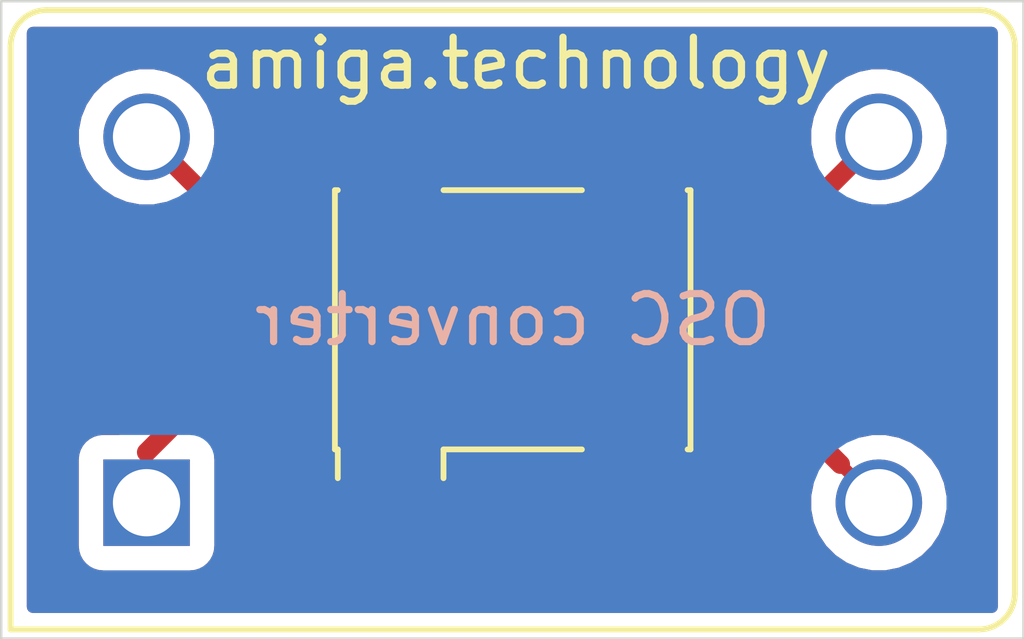
<source format=kicad_pcb>
(kicad_pcb (version 20171130) (host pcbnew 5.1.5+dfsg1-2build2)

  (general
    (thickness 1.6)
    (drawings 4)
    (tracks 24)
    (zones 0)
    (modules 3)
    (nets 5)
  )

  (page A4)
  (layers
    (0 F.Cu signal)
    (31 B.Cu signal)
    (32 B.Adhes user)
    (33 F.Adhes user)
    (34 B.Paste user)
    (35 F.Paste user)
    (36 B.SilkS user)
    (37 F.SilkS user)
    (38 B.Mask user)
    (39 F.Mask user)
    (40 Dwgs.User user)
    (41 Cmts.User user)
    (42 Eco1.User user)
    (43 Eco2.User user)
    (44 Edge.Cuts user)
    (45 Margin user)
    (46 B.CrtYd user)
    (47 F.CrtYd user)
    (48 B.Fab user)
    (49 F.Fab user)
  )

  (setup
    (last_trace_width 0.25)
    (trace_clearance 0.2)
    (zone_clearance 0.508)
    (zone_45_only no)
    (trace_min 0.2)
    (via_size 0.8)
    (via_drill 0.4)
    (via_min_size 0.4)
    (via_min_drill 0.3)
    (uvia_size 0.3)
    (uvia_drill 0.1)
    (uvias_allowed no)
    (uvia_min_size 0.2)
    (uvia_min_drill 0.1)
    (edge_width 0.05)
    (segment_width 0.2)
    (pcb_text_width 0.3)
    (pcb_text_size 1.5 1.5)
    (mod_edge_width 0.12)
    (mod_text_size 1 1)
    (mod_text_width 0.15)
    (pad_size 1.8 1.8)
    (pad_drill 1.4)
    (pad_to_mask_clearance 0.051)
    (solder_mask_min_width 0.25)
    (aux_axis_origin 0 0)
    (visible_elements FFFFFF7F)
    (pcbplotparams
      (layerselection 0x010fc_ffffffff)
      (usegerberextensions false)
      (usegerberattributes false)
      (usegerberadvancedattributes false)
      (creategerberjobfile false)
      (excludeedgelayer true)
      (linewidth 0.100000)
      (plotframeref false)
      (viasonmask false)
      (mode 1)
      (useauxorigin false)
      (hpglpennumber 1)
      (hpglpenspeed 20)
      (hpglpendiameter 15.000000)
      (psnegative false)
      (psa4output false)
      (plotreference true)
      (plotvalue true)
      (plotinvisibletext false)
      (padsonsilk false)
      (subtractmaskfromsilk false)
      (outputformat 1)
      (mirror false)
      (drillshape 1)
      (scaleselection 1)
      (outputdirectory ""))
  )

  (net 0 "")
  (net 1 "Net-(X1-Pad4)")
  (net 2 "Net-(X1-Pad3)")
  (net 3 "Net-(X1-Pad2)")
  (net 4 "Net-(X1-Pad1)")

  (net_class Default "This is the default net class."
    (clearance 0.2)
    (trace_width 0.25)
    (via_dia 0.8)
    (via_drill 0.4)
    (uvia_dia 0.3)
    (uvia_drill 0.1)
    (add_net "Net-(X1-Pad1)")
    (add_net "Net-(X1-Pad2)")
    (add_net "Net-(X1-Pad3)")
    (add_net "Net-(X1-Pad4)")
  )

  (module Oscillator:Oscillator_SMD_EuroQuartz_XO53-4Pin_5.0x3.2mm (layer F.Cu) (tedit 5F3C2552) (tstamp 5F3C2858)
    (at 24.5 20.575)
    (descr "Miniature Crystal Clock Oscillator EuroQuartz XO53 series, http://cdn-reichelt.de/documents/datenblatt/B400/XO53.pdf, 5.0x3.2mm^2 package")
    (tags "SMD SMT crystal oscillator")
    (attr smd)
    (fp_text reference REF** (at 0 -2.8) (layer F.SilkS) hide
      (effects (font (size 1 1) (thickness 0.15)))
    )
    (fp_text value mini (at 0 2.8) (layer F.Fab) hide
      (effects (font (size 1 1) (thickness 0.15)))
    )
    (fp_circle (center 0 0) (end 0.116667 0) (layer F.Adhes) (width 0.233333))
    (fp_circle (center 0 0) (end 0.266667 0) (layer F.Adhes) (width 0.166667))
    (fp_circle (center 0 0) (end 0.416667 0) (layer F.Adhes) (width 0.166667))
    (fp_circle (center 0 0) (end 0.5 0) (layer F.Adhes) (width 0.1))
    (fp_line (start 2.8 -2) (end -2.8 -2) (layer F.CrtYd) (width 0.05))
    (fp_line (start 2.8 2) (end 2.8 -2) (layer F.CrtYd) (width 0.05))
    (fp_line (start -2.8 2) (end 2.8 2) (layer F.CrtYd) (width 0.05))
    (fp_line (start -2.8 -2) (end -2.8 2) (layer F.CrtYd) (width 0.05))
    (pad 4 smd rect (at -1.27 -1.1) (size 1.4 1.2) (layers F.Cu F.Paste F.Mask))
    (pad 3 smd rect (at 1.27 -1.1) (size 1.4 1.2) (layers F.Cu F.Paste F.Mask))
    (pad 2 smd rect (at 1.27 1.1) (size 1.4 1.2) (layers F.Cu F.Paste F.Mask))
    (pad 1 smd rect (at -1.27 1.1) (size 1.4 1.2) (layers F.Cu F.Paste F.Mask))
    (model ${KISYS3DMOD}/Oscillator.3dshapes/Oscillator_SMD_EuroQuartz_XO53-4Pin_5.0x3.2mm.wrl
      (at (xyz 0 0 0))
      (scale (xyz 1 1 1))
      (rotate (xyz 0 0 0))
    )
  )

  (module Oscillator:Oscillator_DIP-14 (layer F.Cu) (tedit 5F3C265F) (tstamp 5F3C66F8)
    (at 16.95 24.42)
    (descr "Oscillator, DIP14, http://cdn-reichelt.de/documents/datenblatt/B400/OSZI.pdf")
    (tags oscillator)
    (path /5F3C24CA)
    (fp_text reference "OSC converter" (at 7.62 -3.81) (layer B.SilkS)
      (effects (font (size 1 1) (thickness 0.15)) (justify mirror))
    )
    (fp_text value CXO_DIP14 (at 7.62 1.27) (layer F.Fab) hide
      (effects (font (size 1 1) (thickness 0.15)))
    )
    (fp_arc (start -2.08 -9.51) (end -2.73 -9.51) (angle 90) (layer F.Fab) (width 0.1))
    (fp_arc (start 17.32 -9.51) (end 17.32 -10.16) (angle 90) (layer F.Fab) (width 0.1))
    (fp_arc (start 17.32 1.89) (end 17.97 1.89) (angle 90) (layer F.Fab) (width 0.1))
    (fp_arc (start -2.08 -9.51) (end -2.83 -9.51) (angle 90) (layer F.SilkS) (width 0.12))
    (fp_arc (start 17.32 -9.51) (end 17.32 -10.26) (angle 90) (layer F.SilkS) (width 0.12))
    (fp_arc (start 17.32 1.89) (end 18.07 1.89) (angle 90) (layer F.SilkS) (width 0.12))
    (fp_arc (start -1.38 -8.81) (end -1.73 -8.81) (angle 90) (layer F.Fab) (width 0.1))
    (fp_arc (start 16.62 -8.81) (end 16.62 -9.16) (angle 90) (layer F.Fab) (width 0.1))
    (fp_arc (start 16.62 1.19) (end 16.97 1.19) (angle 90) (layer F.Fab) (width 0.1))
    (fp_line (start -2.73 2.54) (end -2.73 -9.51) (layer F.Fab) (width 0.1))
    (fp_line (start -2.08 -10.16) (end 17.32 -10.16) (layer F.Fab) (width 0.1))
    (fp_line (start 17.97 -9.51) (end 17.97 1.89) (layer F.Fab) (width 0.1))
    (fp_line (start -2.73 2.54) (end 17.32 2.54) (layer F.Fab) (width 0.1))
    (fp_line (start -2.83 2.64) (end 17.32 2.64) (layer F.SilkS) (width 0.12))
    (fp_line (start 18.07 1.89) (end 18.07 -9.51) (layer F.SilkS) (width 0.12))
    (fp_line (start 17.32 -10.26) (end -2.08 -10.26) (layer F.SilkS) (width 0.12))
    (fp_line (start -2.83 -9.51) (end -2.83 2.64) (layer F.SilkS) (width 0.12))
    (fp_line (start -1.73 1.54) (end 16.62 1.54) (layer F.Fab) (width 0.1))
    (fp_line (start -1.73 1.54) (end -1.73 -8.81) (layer F.Fab) (width 0.1))
    (fp_line (start -1.38 -9.16) (end 16.62 -9.16) (layer F.Fab) (width 0.1))
    (fp_line (start 16.97 1.19) (end 16.97 -8.81) (layer F.Fab) (width 0.1))
    (fp_line (start -2.98 2.79) (end 18.22 2.79) (layer F.CrtYd) (width 0.05))
    (fp_line (start -2.98 -10.41) (end -2.98 2.79) (layer F.CrtYd) (width 0.05))
    (fp_line (start 18.22 -10.41) (end -2.98 -10.41) (layer F.CrtYd) (width 0.05))
    (fp_line (start 18.22 2.79) (end 18.22 -10.41) (layer F.CrtYd) (width 0.05))
    (fp_text user %R (at 7.62 -3.81) (layer B.Fab)
      (effects (font (size 1 1) (thickness 0.15)) (justify mirror))
    )
    (pad 7 thru_hole circle (at 15.24 0) (size 1.8 1.8) (drill 1.4) (layers *.Cu *.Mask)
      (net 3 "Net-(X1-Pad2)"))
    (pad 8 thru_hole circle (at 15.24 -7.62) (size 1.8 1.8) (drill 1.4) (layers *.Cu *.Mask)
      (net 2 "Net-(X1-Pad3)"))
    (pad 14 thru_hole circle (at 0 -7.62) (size 1.8 1.8) (drill 1.4) (layers *.Cu *.Mask)
      (net 1 "Net-(X1-Pad4)"))
    (pad 1 thru_hole rect (at 0 0) (size 1.8 1.8) (drill 1.4) (layers *.Cu *.Mask)
      (net 4 "Net-(X1-Pad1)"))
    (model ${KISYS3DMOD}/Oscillator.3dshapes/Oscillator_DIP-14.wrl
      (at (xyz 0 0 0))
      (scale (xyz 1 1 1))
      (rotate (xyz 0 0 0))
    )
  )

  (module Oscillator:Oscillator_SMD_SeikoEpson_SG8002CA-4Pin_7.0x5.0mm (layer F.Cu) (tedit 58CD3345) (tstamp 5F3C66D6)
    (at 24.57 20.61)
    (descr "SMD Crystal Oscillator Seiko Epson SG-8002CA https://support.epson.biz/td/api/doc_check.php?mode=dl&lang=en&Parts=SG-8002DC, 7.0x5.0mm^2 package")
    (tags "SMD SMT crystal oscillator")
    (path /5F3C10DC)
    (attr smd)
    (fp_text reference amiga.technology (at 0.07 -5.34) (layer F.SilkS)
      (effects (font (size 1 1) (thickness 0.15)))
    )
    (fp_text value SG-7050CBN (at 0 4.1) (layer F.Fab) hide
      (effects (font (size 1 1) (thickness 0.15)))
    )
    (fp_circle (center 0 0) (end 0.233333 0) (layer F.Adhes) (width 0.466667))
    (fp_circle (center 0 0) (end 0.533333 0) (layer F.Adhes) (width 0.333333))
    (fp_circle (center 0 0) (end 0.833333 0) (layer F.Adhes) (width 0.333333))
    (fp_circle (center 0 0) (end 1 0) (layer F.Adhes) (width 0.1))
    (fp_line (start 3.8 -3.4) (end -3.8 -3.4) (layer F.CrtYd) (width 0.05))
    (fp_line (start 3.8 3.4) (end 3.8 -3.4) (layer F.CrtYd) (width 0.05))
    (fp_line (start -3.8 3.4) (end 3.8 3.4) (layer F.CrtYd) (width 0.05))
    (fp_line (start -3.8 -3.4) (end -3.8 3.4) (layer F.CrtYd) (width 0.05))
    (fp_line (start -1.44 2.7) (end -1.44 3.3) (layer F.SilkS) (width 0.12))
    (fp_line (start 1.44 2.7) (end -1.44 2.7) (layer F.SilkS) (width 0.12))
    (fp_line (start -3.7 -2.7) (end -3.64 -2.7) (layer F.SilkS) (width 0.12))
    (fp_line (start -3.7 2.7) (end -3.7 -2.7) (layer F.SilkS) (width 0.12))
    (fp_line (start -3.64 2.7) (end -3.7 2.7) (layer F.SilkS) (width 0.12))
    (fp_line (start -3.64 3.3) (end -3.64 2.7) (layer F.SilkS) (width 0.12))
    (fp_line (start -1.44 -2.7) (end 1.44 -2.7) (layer F.SilkS) (width 0.12))
    (fp_line (start 3.7 2.7) (end 3.64 2.7) (layer F.SilkS) (width 0.12))
    (fp_line (start 3.7 -2.7) (end 3.7 2.7) (layer F.SilkS) (width 0.12))
    (fp_line (start 3.64 -2.7) (end 3.7 -2.7) (layer F.SilkS) (width 0.12))
    (fp_line (start -3.5 1.5) (end -2.5 2.5) (layer F.Fab) (width 0.1))
    (fp_line (start 3.5 -2.5) (end -3.5 -2.5) (layer F.Fab) (width 0.1))
    (fp_line (start 3.5 2.5) (end 3.5 -2.5) (layer F.Fab) (width 0.1))
    (fp_line (start -3.5 2.5) (end 3.5 2.5) (layer F.Fab) (width 0.1))
    (fp_line (start -3.5 -2.5) (end -3.5 2.5) (layer F.Fab) (width 0.1))
    (fp_text user %R (at 0.08 -5.335) (layer F.Fab)
      (effects (font (size 1 1) (thickness 0.15)))
    )
    (pad 4 smd rect (at -2.54 -2.1) (size 1.8 2) (layers F.Cu F.Paste F.Mask)
      (net 1 "Net-(X1-Pad4)"))
    (pad 3 smd rect (at 2.54 -2.1) (size 1.8 2) (layers F.Cu F.Paste F.Mask)
      (net 2 "Net-(X1-Pad3)"))
    (pad 2 smd rect (at 2.54 2.1) (size 1.8 2) (layers F.Cu F.Paste F.Mask)
      (net 3 "Net-(X1-Pad2)"))
    (pad 1 smd rect (at -2.54 2.1) (size 1.8 2) (layers F.Cu F.Paste F.Mask)
      (net 4 "Net-(X1-Pad1)"))
    (model ${KISYS3DMOD}/Oscillator.3dshapes/Oscillator_SMD_SeikoEpson_SG8002CA-4Pin_7.0x5.0mm.wrl
      (at (xyz 0 0 0))
      (scale (xyz 1 1 1))
      (rotate (xyz 0 0 0))
    )
  )

  (gr_line (start 13.925 27.25) (end 13.925 13.975) (layer Edge.Cuts) (width 0.05))
  (gr_line (start 35.2 27.25) (end 13.925 27.25) (layer Edge.Cuts) (width 0.05))
  (gr_line (start 35.2 13.975) (end 35.2 27.25) (layer Edge.Cuts) (width 0.05))
  (gr_line (start 13.95 13.975) (end 35.2 13.975) (layer Edge.Cuts) (width 0.05))

  (via (at 16.95 16.8) (size 0.8) (drill 0.4) (layers F.Cu B.Cu) (net 1))
  (segment (start 18.66 18.51) (end 16.95 16.8) (width 0.4) (layer F.Cu) (net 1))
  (segment (start 22.03 18.51) (end 18.66 18.51) (width 0.4) (layer F.Cu) (net 1))
  (segment (start 16.95 16.8) (end 16.95 16.8) (width 0.25) (layer F.Cu) (net 1) (tstamp 5F3CBCEA))
  (via (at 16.95 16.8) (size 0.8) (drill 0.4) (layers F.Cu B.Cu) (net 1))
  (via (at 32.19 16.8) (size 0.8) (drill 0.4) (layers F.Cu B.Cu) (net 2))
  (segment (start 30.48 18.51) (end 32.19 16.8) (width 0.4) (layer F.Cu) (net 2))
  (segment (start 27.11 18.51) (end 30.48 18.51) (width 0.4) (layer F.Cu) (net 2))
  (segment (start 32.19 16.8) (end 32.19 16.8) (width 0.25) (layer F.Cu) (net 2) (tstamp 5F3CBCE2))
  (via (at 32.19 16.8) (size 0.8) (drill 0.4) (layers F.Cu B.Cu) (net 2))
  (segment (start 32.19 16.8) (end 32.19 16.8) (width 0.25) (layer F.Cu) (net 2) (tstamp 5F3CBCE4))
  (via (at 32.19 16.8) (size 0.8) (drill 0.4) (layers F.Cu B.Cu) (net 2))
  (via (at 32.19 24.42) (size 0.8) (drill 0.4) (layers F.Cu B.Cu) (net 3))
  (segment (start 31.390001 23.620001) (end 32.19 24.42) (width 0.25) (layer F.Cu) (net 3))
  (segment (start 30.48 22.71) (end 31.390001 23.620001) (width 0.4) (layer F.Cu) (net 3))
  (segment (start 27.11 22.71) (end 30.48 22.71) (width 0.4) (layer F.Cu) (net 3))
  (segment (start 32.19 24.42) (end 32.19 24.42) (width 0.25) (layer F.Cu) (net 3) (tstamp 5F3CBCE6))
  (via (at 32.19 24.42) (size 0.8) (drill 0.4) (layers F.Cu B.Cu) (net 3))
  (via (at 16.95 24.42) (size 0.8) (drill 0.4) (layers F.Cu B.Cu) (net 4))
  (segment (start 16.95 23.37) (end 16.95 24.42) (width 0.25) (layer F.Cu) (net 4))
  (segment (start 17.61 22.71) (end 16.95 23.37) (width 0.4) (layer F.Cu) (net 4))
  (segment (start 22.03 22.71) (end 17.61 22.71) (width 0.4) (layer F.Cu) (net 4))
  (segment (start 16.95 24.42) (end 16.95 24.42) (width 0.25) (layer F.Cu) (net 4) (tstamp 5F3CBCE8))
  (via (at 16.95 24.42) (size 0.8) (drill 0.4) (layers F.Cu B.Cu) (net 4))

  (zone (net 0) (net_name "") (layer F.Cu) (tstamp 0) (hatch edge 0.508)
    (connect_pads (clearance 0.508))
    (min_thickness 0.254)
    (fill yes (arc_segments 32) (thermal_gap 0.508) (thermal_bridge_width 0.508))
    (polygon
      (pts
        (xy 35.1 27.15) (xy 14.05 27.15) (xy 14.05 14.075) (xy 35.1 14.075)
      )
    )
    (filled_polygon
      (pts
        (xy 34.540001 26.59) (xy 14.585 26.59) (xy 14.585 23.52) (xy 15.411928 23.52) (xy 15.411928 25.32)
        (xy 15.424188 25.444482) (xy 15.460498 25.56418) (xy 15.519463 25.674494) (xy 15.598815 25.771185) (xy 15.695506 25.850537)
        (xy 15.80582 25.909502) (xy 15.925518 25.945812) (xy 16.05 25.958072) (xy 17.85 25.958072) (xy 17.974482 25.945812)
        (xy 18.09418 25.909502) (xy 18.204494 25.850537) (xy 18.301185 25.771185) (xy 18.380537 25.674494) (xy 18.439502 25.56418)
        (xy 18.475812 25.444482) (xy 18.488072 25.32) (xy 18.488072 23.52) (xy 18.483148 23.47) (xy 20.491928 23.47)
        (xy 20.491928 23.71) (xy 20.504188 23.834482) (xy 20.540498 23.95418) (xy 20.599463 24.064494) (xy 20.678815 24.161185)
        (xy 20.775506 24.240537) (xy 20.88582 24.299502) (xy 21.005518 24.335812) (xy 21.13 24.348072) (xy 22.93 24.348072)
        (xy 23.054482 24.335812) (xy 23.17418 24.299502) (xy 23.284494 24.240537) (xy 23.381185 24.161185) (xy 23.460537 24.064494)
        (xy 23.519502 23.95418) (xy 23.555812 23.834482) (xy 23.568072 23.71) (xy 23.568072 22.913072) (xy 23.93 22.913072)
        (xy 24.054482 22.900812) (xy 24.17418 22.864502) (xy 24.284494 22.805537) (xy 24.381185 22.726185) (xy 24.460537 22.629494)
        (xy 24.5 22.555665) (xy 24.539463 22.629494) (xy 24.618815 22.726185) (xy 24.715506 22.805537) (xy 24.82582 22.864502)
        (xy 24.945518 22.900812) (xy 25.07 22.913072) (xy 25.571928 22.913072) (xy 25.571928 23.71) (xy 25.584188 23.834482)
        (xy 25.620498 23.95418) (xy 25.679463 24.064494) (xy 25.758815 24.161185) (xy 25.855506 24.240537) (xy 25.96582 24.299502)
        (xy 26.085518 24.335812) (xy 26.21 24.348072) (xy 28.01 24.348072) (xy 28.134482 24.335812) (xy 28.25418 24.299502)
        (xy 28.364494 24.240537) (xy 28.461185 24.161185) (xy 28.540537 24.064494) (xy 28.599502 23.95418) (xy 28.635812 23.834482)
        (xy 28.648072 23.71) (xy 28.648072 23.47) (xy 30.165199 23.47) (xy 30.706269 24.01107) (xy 30.655 24.268816)
        (xy 30.655 24.571184) (xy 30.713989 24.867743) (xy 30.829701 25.147095) (xy 30.997688 25.398505) (xy 31.211495 25.612312)
        (xy 31.462905 25.780299) (xy 31.742257 25.896011) (xy 32.038816 25.955) (xy 32.341184 25.955) (xy 32.637743 25.896011)
        (xy 32.917095 25.780299) (xy 33.168505 25.612312) (xy 33.382312 25.398505) (xy 33.550299 25.147095) (xy 33.666011 24.867743)
        (xy 33.725 24.571184) (xy 33.725 24.268816) (xy 33.666011 23.972257) (xy 33.550299 23.692905) (xy 33.382312 23.441495)
        (xy 33.168505 23.227688) (xy 32.917095 23.059701) (xy 32.637743 22.943989) (xy 32.341184 22.885) (xy 32.038816 22.885)
        (xy 31.78107 22.936269) (xy 31.043803 22.199002) (xy 31.020001 22.169999) (xy 30.904276 22.075026) (xy 30.772247 22.004454)
        (xy 30.628986 21.960997) (xy 30.517333 21.95) (xy 30.517322 21.95) (xy 30.48 21.946324) (xy 30.442678 21.95)
        (xy 28.648072 21.95) (xy 28.648072 21.71) (xy 28.635812 21.585518) (xy 28.599502 21.46582) (xy 28.540537 21.355506)
        (xy 28.461185 21.258815) (xy 28.364494 21.179463) (xy 28.25418 21.120498) (xy 28.134482 21.084188) (xy 28.01 21.071928)
        (xy 27.107769 21.071928) (xy 27.095812 20.950518) (xy 27.059502 20.83082) (xy 27.000537 20.720506) (xy 26.921185 20.623815)
        (xy 26.861704 20.575) (xy 26.921185 20.526185) (xy 27.000537 20.429494) (xy 27.059502 20.31918) (xy 27.095812 20.199482)
        (xy 27.100875 20.148072) (xy 28.01 20.148072) (xy 28.134482 20.135812) (xy 28.25418 20.099502) (xy 28.364494 20.040537)
        (xy 28.461185 19.961185) (xy 28.540537 19.864494) (xy 28.599502 19.75418) (xy 28.635812 19.634482) (xy 28.648072 19.51)
        (xy 28.648072 19.27) (xy 30.442678 19.27) (xy 30.48 19.273676) (xy 30.517322 19.27) (xy 30.517333 19.27)
        (xy 30.628986 19.259003) (xy 30.772247 19.215546) (xy 30.904276 19.144974) (xy 31.020001 19.050001) (xy 31.043804 19.020997)
        (xy 31.78107 18.283731) (xy 32.038816 18.335) (xy 32.341184 18.335) (xy 32.637743 18.276011) (xy 32.917095 18.160299)
        (xy 33.168505 17.992312) (xy 33.382312 17.778505) (xy 33.550299 17.527095) (xy 33.666011 17.247743) (xy 33.725 16.951184)
        (xy 33.725 16.648816) (xy 33.666011 16.352257) (xy 33.550299 16.072905) (xy 33.382312 15.821495) (xy 33.168505 15.607688)
        (xy 32.917095 15.439701) (xy 32.637743 15.323989) (xy 32.341184 15.265) (xy 32.038816 15.265) (xy 31.742257 15.323989)
        (xy 31.462905 15.439701) (xy 31.211495 15.607688) (xy 30.997688 15.821495) (xy 30.829701 16.072905) (xy 30.713989 16.352257)
        (xy 30.655 16.648816) (xy 30.655 16.951184) (xy 30.706269 17.20893) (xy 30.165199 17.75) (xy 28.648072 17.75)
        (xy 28.648072 17.51) (xy 28.635812 17.385518) (xy 28.599502 17.26582) (xy 28.540537 17.155506) (xy 28.461185 17.058815)
        (xy 28.364494 16.979463) (xy 28.25418 16.920498) (xy 28.134482 16.884188) (xy 28.01 16.871928) (xy 26.21 16.871928)
        (xy 26.085518 16.884188) (xy 25.96582 16.920498) (xy 25.855506 16.979463) (xy 25.758815 17.058815) (xy 25.679463 17.155506)
        (xy 25.620498 17.26582) (xy 25.584188 17.385518) (xy 25.571928 17.51) (xy 25.571928 18.236928) (xy 25.07 18.236928)
        (xy 24.945518 18.249188) (xy 24.82582 18.285498) (xy 24.715506 18.344463) (xy 24.618815 18.423815) (xy 24.539463 18.520506)
        (xy 24.5 18.594335) (xy 24.460537 18.520506) (xy 24.381185 18.423815) (xy 24.284494 18.344463) (xy 24.17418 18.285498)
        (xy 24.054482 18.249188) (xy 23.93 18.236928) (xy 23.568072 18.236928) (xy 23.568072 17.51) (xy 23.555812 17.385518)
        (xy 23.519502 17.26582) (xy 23.460537 17.155506) (xy 23.381185 17.058815) (xy 23.284494 16.979463) (xy 23.17418 16.920498)
        (xy 23.054482 16.884188) (xy 22.93 16.871928) (xy 21.13 16.871928) (xy 21.005518 16.884188) (xy 20.88582 16.920498)
        (xy 20.775506 16.979463) (xy 20.678815 17.058815) (xy 20.599463 17.155506) (xy 20.540498 17.26582) (xy 20.504188 17.385518)
        (xy 20.491928 17.51) (xy 20.491928 17.75) (xy 18.974802 17.75) (xy 18.433731 17.20893) (xy 18.485 16.951184)
        (xy 18.485 16.648816) (xy 18.426011 16.352257) (xy 18.310299 16.072905) (xy 18.142312 15.821495) (xy 17.928505 15.607688)
        (xy 17.677095 15.439701) (xy 17.397743 15.323989) (xy 17.101184 15.265) (xy 16.798816 15.265) (xy 16.502257 15.323989)
        (xy 16.222905 15.439701) (xy 15.971495 15.607688) (xy 15.757688 15.821495) (xy 15.589701 16.072905) (xy 15.473989 16.352257)
        (xy 15.415 16.648816) (xy 15.415 16.951184) (xy 15.473989 17.247743) (xy 15.589701 17.527095) (xy 15.757688 17.778505)
        (xy 15.971495 17.992312) (xy 16.222905 18.160299) (xy 16.502257 18.276011) (xy 16.798816 18.335) (xy 17.101184 18.335)
        (xy 17.35893 18.283731) (xy 18.096201 19.021003) (xy 18.119999 19.050001) (xy 18.235724 19.144974) (xy 18.367753 19.215546)
        (xy 18.511014 19.259003) (xy 18.622667 19.27) (xy 18.622676 19.27) (xy 18.659999 19.273676) (xy 18.697322 19.27)
        (xy 20.491928 19.27) (xy 20.491928 19.51) (xy 20.504188 19.634482) (xy 20.540498 19.75418) (xy 20.599463 19.864494)
        (xy 20.678815 19.961185) (xy 20.775506 20.040537) (xy 20.88582 20.099502) (xy 21.005518 20.135812) (xy 21.13 20.148072)
        (xy 21.899125 20.148072) (xy 21.904188 20.199482) (xy 21.940498 20.31918) (xy 21.999463 20.429494) (xy 22.078815 20.526185)
        (xy 22.138296 20.575) (xy 22.078815 20.623815) (xy 21.999463 20.720506) (xy 21.940498 20.83082) (xy 21.904188 20.950518)
        (xy 21.892231 21.071928) (xy 21.13 21.071928) (xy 21.005518 21.084188) (xy 20.88582 21.120498) (xy 20.775506 21.179463)
        (xy 20.678815 21.258815) (xy 20.599463 21.355506) (xy 20.540498 21.46582) (xy 20.504188 21.585518) (xy 20.491928 21.71)
        (xy 20.491928 21.95) (xy 17.647323 21.95) (xy 17.61 21.946324) (xy 17.572677 21.95) (xy 17.572667 21.95)
        (xy 17.461014 21.960997) (xy 17.317753 22.004454) (xy 17.185723 22.075026) (xy 17.102083 22.143668) (xy 17.069999 22.169999)
        (xy 17.0462 22.198998) (xy 16.439002 22.806197) (xy 16.409999 22.829999) (xy 16.367382 22.881928) (xy 16.05 22.881928)
        (xy 15.925518 22.894188) (xy 15.80582 22.930498) (xy 15.695506 22.989463) (xy 15.598815 23.068815) (xy 15.519463 23.165506)
        (xy 15.460498 23.27582) (xy 15.424188 23.395518) (xy 15.411928 23.52) (xy 14.585 23.52) (xy 14.585 14.635)
        (xy 34.54 14.635)
      )
    )
    (filled_polygon
      (pts
        (xy 24.539463 20.429494) (xy 24.618815 20.526185) (xy 24.678296 20.575) (xy 24.618815 20.623815) (xy 24.539463 20.720506)
        (xy 24.5 20.794335) (xy 24.460537 20.720506) (xy 24.381185 20.623815) (xy 24.321704 20.575) (xy 24.381185 20.526185)
        (xy 24.460537 20.429494) (xy 24.5 20.355665)
      )
    )
  )
  (zone (net 0) (net_name "") (layer B.Cu) (tstamp 0) (hatch edge 0.508)
    (connect_pads (clearance 0.508))
    (min_thickness 0.254)
    (fill yes (arc_segments 32) (thermal_gap 0.508) (thermal_bridge_width 0.508))
    (polygon
      (pts
        (xy 35.1 27.125) (xy 14.05 27.125) (xy 14.05 14.075) (xy 35.1 14.075)
      )
    )
    (filled_polygon
      (pts
        (xy 34.540001 26.59) (xy 14.585 26.59) (xy 14.585 23.52) (xy 15.411928 23.52) (xy 15.411928 25.32)
        (xy 15.424188 25.444482) (xy 15.460498 25.56418) (xy 15.519463 25.674494) (xy 15.598815 25.771185) (xy 15.695506 25.850537)
        (xy 15.80582 25.909502) (xy 15.925518 25.945812) (xy 16.05 25.958072) (xy 17.85 25.958072) (xy 17.974482 25.945812)
        (xy 18.09418 25.909502) (xy 18.204494 25.850537) (xy 18.301185 25.771185) (xy 18.380537 25.674494) (xy 18.439502 25.56418)
        (xy 18.475812 25.444482) (xy 18.488072 25.32) (xy 18.488072 24.268816) (xy 30.655 24.268816) (xy 30.655 24.571184)
        (xy 30.713989 24.867743) (xy 30.829701 25.147095) (xy 30.997688 25.398505) (xy 31.211495 25.612312) (xy 31.462905 25.780299)
        (xy 31.742257 25.896011) (xy 32.038816 25.955) (xy 32.341184 25.955) (xy 32.637743 25.896011) (xy 32.917095 25.780299)
        (xy 33.168505 25.612312) (xy 33.382312 25.398505) (xy 33.550299 25.147095) (xy 33.666011 24.867743) (xy 33.725 24.571184)
        (xy 33.725 24.268816) (xy 33.666011 23.972257) (xy 33.550299 23.692905) (xy 33.382312 23.441495) (xy 33.168505 23.227688)
        (xy 32.917095 23.059701) (xy 32.637743 22.943989) (xy 32.341184 22.885) (xy 32.038816 22.885) (xy 31.742257 22.943989)
        (xy 31.462905 23.059701) (xy 31.211495 23.227688) (xy 30.997688 23.441495) (xy 30.829701 23.692905) (xy 30.713989 23.972257)
        (xy 30.655 24.268816) (xy 18.488072 24.268816) (xy 18.488072 23.52) (xy 18.475812 23.395518) (xy 18.439502 23.27582)
        (xy 18.380537 23.165506) (xy 18.301185 23.068815) (xy 18.204494 22.989463) (xy 18.09418 22.930498) (xy 17.974482 22.894188)
        (xy 17.85 22.881928) (xy 16.05 22.881928) (xy 15.925518 22.894188) (xy 15.80582 22.930498) (xy 15.695506 22.989463)
        (xy 15.598815 23.068815) (xy 15.519463 23.165506) (xy 15.460498 23.27582) (xy 15.424188 23.395518) (xy 15.411928 23.52)
        (xy 14.585 23.52) (xy 14.585 16.648816) (xy 15.415 16.648816) (xy 15.415 16.951184) (xy 15.473989 17.247743)
        (xy 15.589701 17.527095) (xy 15.757688 17.778505) (xy 15.971495 17.992312) (xy 16.222905 18.160299) (xy 16.502257 18.276011)
        (xy 16.798816 18.335) (xy 17.101184 18.335) (xy 17.397743 18.276011) (xy 17.677095 18.160299) (xy 17.928505 17.992312)
        (xy 18.142312 17.778505) (xy 18.310299 17.527095) (xy 18.426011 17.247743) (xy 18.485 16.951184) (xy 18.485 16.648816)
        (xy 30.655 16.648816) (xy 30.655 16.951184) (xy 30.713989 17.247743) (xy 30.829701 17.527095) (xy 30.997688 17.778505)
        (xy 31.211495 17.992312) (xy 31.462905 18.160299) (xy 31.742257 18.276011) (xy 32.038816 18.335) (xy 32.341184 18.335)
        (xy 32.637743 18.276011) (xy 32.917095 18.160299) (xy 33.168505 17.992312) (xy 33.382312 17.778505) (xy 33.550299 17.527095)
        (xy 33.666011 17.247743) (xy 33.725 16.951184) (xy 33.725 16.648816) (xy 33.666011 16.352257) (xy 33.550299 16.072905)
        (xy 33.382312 15.821495) (xy 33.168505 15.607688) (xy 32.917095 15.439701) (xy 32.637743 15.323989) (xy 32.341184 15.265)
        (xy 32.038816 15.265) (xy 31.742257 15.323989) (xy 31.462905 15.439701) (xy 31.211495 15.607688) (xy 30.997688 15.821495)
        (xy 30.829701 16.072905) (xy 30.713989 16.352257) (xy 30.655 16.648816) (xy 18.485 16.648816) (xy 18.426011 16.352257)
        (xy 18.310299 16.072905) (xy 18.142312 15.821495) (xy 17.928505 15.607688) (xy 17.677095 15.439701) (xy 17.397743 15.323989)
        (xy 17.101184 15.265) (xy 16.798816 15.265) (xy 16.502257 15.323989) (xy 16.222905 15.439701) (xy 15.971495 15.607688)
        (xy 15.757688 15.821495) (xy 15.589701 16.072905) (xy 15.473989 16.352257) (xy 15.415 16.648816) (xy 14.585 16.648816)
        (xy 14.585 14.635) (xy 34.54 14.635)
      )
    )
  )
)

</source>
